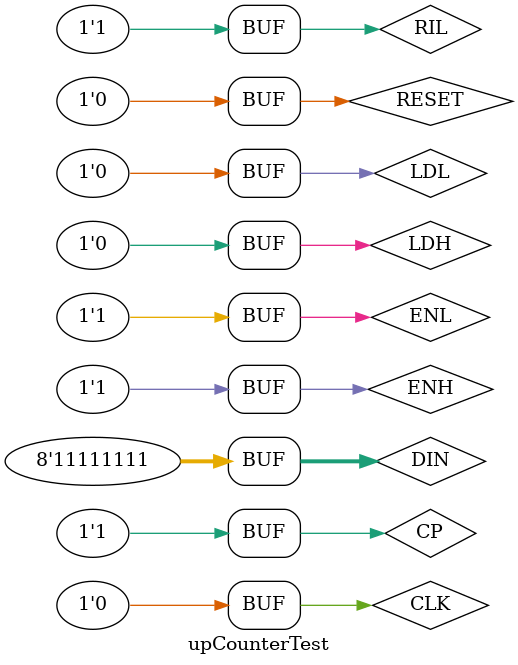
<source format=v>
`include "C:/Users/Duncan/git/ForthCPU/constants.v"

module upCounterTest;
	
	reg CLK;
	reg RESET;
	reg [7:0] DIN;
	reg ENL;
	reg ENH;
	reg CP;
	reg LDH;
	reg LDL;
	
	wire [7:0] DOUTL;
	wire [7:0] DOUTH;
	wire ROL;
	wire ROH;
	reg RIL;
	

upCounter low(
	.CLK(CLK),
	.RESET(RESET),
	.DIN(DIN),
	.EN(ENL),
	.DOUT(DOUTL),
	.RO(ROL),
	.RI(RIL),
	.CP(CP),
	.LD(LDL)
);

upCounter hi(
	.CLK(CLK),
	.RESET(RESET),
	.DIN(DIN),
	.EN(ENH),
	.RO(ROH),
	.RI(ROL),
	.CP(CP),
	.DOUT(DOUTH),
	.LD(LDH)
);

always begin
	#50 CLK = ~CLK;
end

always begin
	#10;
	LDL = 1'b0;
	LDH = 1'b0;
	ENL = 0;
	ENH = 0;
	CP = 1;
	RESET = 1;
	CLK = 0;
	#100;
	RESET = 0;
	#100;
	/**
	* Enable the L counter - should not count
	**/
	ENL = 1;
	#200;
	/**
	* Set RIL high - should start counting
	**/
	RIL = 1;
	/**
	* Load the L counter
	**/
	LDL = 1;
	DIN = 8'haa;
	#100;
	LDL = 0;
	/**
	* Should continue counting
	**/
	#300;
	
	ENL = 1;
	LDL = 1;
	DIN = 8'hfe;
	#100;
	LDL = 0;
	LDH= 1;
	ENL = 1;
	DIN = 8'hfe;
	#100;
	LDH = 0;
	ENH = 1;
	#300;
	
	#1000;
	
	ENL = 0;
	LDL = 1;
	DIN = 8'hff;
	#100;
	LDL = 0;
	LDH= 1;
	DIN = 8'hff;
	#100;
	LDH = 0;
	ENL = 1;
	#300;
	
	#1000;
	
	
end

endmodule
	
</source>
